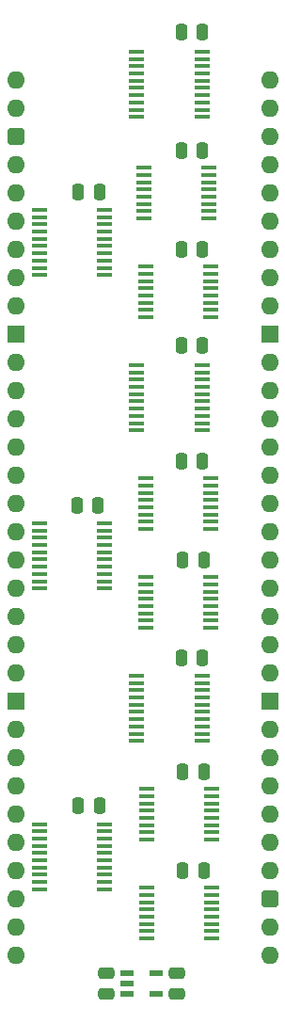
<source format=gbr>
%TF.GenerationSoftware,KiCad,Pcbnew,7.0.5*%
%TF.CreationDate,2024-01-25T17:04:26+02:00*%
%TF.ProjectId,Video Address Counter,56696465-6f20-4416-9464-726573732043,rev?*%
%TF.SameCoordinates,Original*%
%TF.FileFunction,Soldermask,Top*%
%TF.FilePolarity,Negative*%
%FSLAX46Y46*%
G04 Gerber Fmt 4.6, Leading zero omitted, Abs format (unit mm)*
G04 Created by KiCad (PCBNEW 7.0.5) date 2024-01-25 17:04:26*
%MOMM*%
%LPD*%
G01*
G04 APERTURE LIST*
G04 Aperture macros list*
%AMRoundRect*
0 Rectangle with rounded corners*
0 $1 Rounding radius*
0 $2 $3 $4 $5 $6 $7 $8 $9 X,Y pos of 4 corners*
0 Add a 4 corners polygon primitive as box body*
4,1,4,$2,$3,$4,$5,$6,$7,$8,$9,$2,$3,0*
0 Add four circle primitives for the rounded corners*
1,1,$1+$1,$2,$3*
1,1,$1+$1,$4,$5*
1,1,$1+$1,$6,$7*
1,1,$1+$1,$8,$9*
0 Add four rect primitives between the rounded corners*
20,1,$1+$1,$2,$3,$4,$5,0*
20,1,$1+$1,$4,$5,$6,$7,0*
20,1,$1+$1,$6,$7,$8,$9,0*
20,1,$1+$1,$8,$9,$2,$3,0*%
G04 Aperture macros list end*
%ADD10R,1.475000X0.450000*%
%ADD11R,1.450000X0.450000*%
%ADD12R,1.150000X0.600000*%
%ADD13O,1.600000X1.600000*%
%ADD14R,1.600000X1.600000*%
%ADD15RoundRect,0.400000X-0.400000X-0.400000X0.400000X-0.400000X0.400000X0.400000X-0.400000X0.400000X0*%
%ADD16RoundRect,0.250000X0.475000X-0.250000X0.475000X0.250000X-0.475000X0.250000X-0.475000X-0.250000X0*%
%ADD17RoundRect,0.250000X0.250000X0.475000X-0.250000X0.475000X-0.250000X-0.475000X0.250000X-0.475000X0*%
G04 APERTURE END LIST*
D10*
%TO.C,IC13*%
X85710000Y-101850000D03*
X85710000Y-102500000D03*
X85710000Y-103150000D03*
X85710000Y-103800000D03*
X85710000Y-104450000D03*
X85710000Y-105100000D03*
X85710000Y-105750000D03*
X85710000Y-106400000D03*
X85710000Y-107050000D03*
X85710000Y-107700000D03*
X91586000Y-107700000D03*
X91586000Y-107050000D03*
X91586000Y-106400000D03*
X91586000Y-105750000D03*
X91586000Y-105100000D03*
X91586000Y-104450000D03*
X91586000Y-103800000D03*
X91586000Y-103150000D03*
X91586000Y-102500000D03*
X91586000Y-101850000D03*
%TD*%
%TO.C,IC12*%
X85710000Y-73910000D03*
X85710000Y-74560000D03*
X85710000Y-75210000D03*
X85710000Y-75860000D03*
X85710000Y-76510000D03*
X85710000Y-77160000D03*
X85710000Y-77810000D03*
X85710000Y-78460000D03*
X85710000Y-79110000D03*
X85710000Y-79760000D03*
X91586000Y-79760000D03*
X91586000Y-79110000D03*
X91586000Y-78460000D03*
X91586000Y-77810000D03*
X91586000Y-77160000D03*
X91586000Y-76510000D03*
X91586000Y-75860000D03*
X91586000Y-75210000D03*
X91586000Y-74560000D03*
X91586000Y-73910000D03*
%TD*%
%TO.C,IC11*%
X85710000Y-45716000D03*
X85710000Y-46366000D03*
X85710000Y-47016000D03*
X85710000Y-47666000D03*
X85710000Y-48316000D03*
X85710000Y-48966000D03*
X85710000Y-49616000D03*
X85710000Y-50266000D03*
X85710000Y-50916000D03*
X85710000Y-51566000D03*
X91586000Y-51566000D03*
X91586000Y-50916000D03*
X91586000Y-50266000D03*
X91586000Y-49616000D03*
X91586000Y-48966000D03*
X91586000Y-48316000D03*
X91586000Y-47666000D03*
X91586000Y-47016000D03*
X91586000Y-46366000D03*
X91586000Y-45716000D03*
%TD*%
D11*
%TO.C,IC10*%
X86612000Y-120915000D03*
X86612000Y-121565000D03*
X86612000Y-122215000D03*
X86612000Y-122865000D03*
X86612000Y-123515000D03*
X86612000Y-124165000D03*
X86612000Y-124815000D03*
X86612000Y-125465000D03*
X92462000Y-125465000D03*
X92462000Y-124815000D03*
X92462000Y-124165000D03*
X92462000Y-123515000D03*
X92462000Y-122865000D03*
X92462000Y-122215000D03*
X92462000Y-121565000D03*
X92462000Y-120915000D03*
%TD*%
%TO.C,IC9*%
X86612000Y-112025000D03*
X86612000Y-112675000D03*
X86612000Y-113325000D03*
X86612000Y-113975000D03*
X86612000Y-114625000D03*
X86612000Y-115275000D03*
X86612000Y-115925000D03*
X86612000Y-116575000D03*
X92462000Y-116575000D03*
X92462000Y-115925000D03*
X92462000Y-115275000D03*
X92462000Y-114625000D03*
X92462000Y-113975000D03*
X92462000Y-113325000D03*
X92462000Y-112675000D03*
X92462000Y-112025000D03*
%TD*%
D10*
%TO.C,IC8*%
X76947000Y-115185000D03*
X76947000Y-115835000D03*
X76947000Y-116485000D03*
X76947000Y-117135000D03*
X76947000Y-117785000D03*
X76947000Y-118435000D03*
X76947000Y-119085000D03*
X76947000Y-119735000D03*
X76947000Y-120385000D03*
X76947000Y-121035000D03*
X82823000Y-121035000D03*
X82823000Y-120385000D03*
X82823000Y-119735000D03*
X82823000Y-119085000D03*
X82823000Y-118435000D03*
X82823000Y-117785000D03*
X82823000Y-117135000D03*
X82823000Y-116485000D03*
X82823000Y-115835000D03*
X82823000Y-115185000D03*
%TD*%
D11*
%TO.C,IC7*%
X86485000Y-92975000D03*
X86485000Y-93625000D03*
X86485000Y-94275000D03*
X86485000Y-94925000D03*
X86485000Y-95575000D03*
X86485000Y-96225000D03*
X86485000Y-96875000D03*
X86485000Y-97525000D03*
X92335000Y-97525000D03*
X92335000Y-96875000D03*
X92335000Y-96225000D03*
X92335000Y-95575000D03*
X92335000Y-94925000D03*
X92335000Y-94275000D03*
X92335000Y-93625000D03*
X92335000Y-92975000D03*
%TD*%
%TO.C,IC6*%
X86485000Y-84085000D03*
X86485000Y-84735000D03*
X86485000Y-85385000D03*
X86485000Y-86035000D03*
X86485000Y-86685000D03*
X86485000Y-87335000D03*
X86485000Y-87985000D03*
X86485000Y-88635000D03*
X92335000Y-88635000D03*
X92335000Y-87985000D03*
X92335000Y-87335000D03*
X92335000Y-86685000D03*
X92335000Y-86035000D03*
X92335000Y-85385000D03*
X92335000Y-84735000D03*
X92335000Y-84085000D03*
%TD*%
D10*
%TO.C,IC5*%
X76947000Y-88134000D03*
X76947000Y-88784000D03*
X76947000Y-89434000D03*
X76947000Y-90084000D03*
X76947000Y-90734000D03*
X76947000Y-91384000D03*
X76947000Y-92034000D03*
X76947000Y-92684000D03*
X76947000Y-93334000D03*
X76947000Y-93984000D03*
X82823000Y-93984000D03*
X82823000Y-93334000D03*
X82823000Y-92684000D03*
X82823000Y-92034000D03*
X82823000Y-91384000D03*
X82823000Y-90734000D03*
X82823000Y-90084000D03*
X82823000Y-89434000D03*
X82823000Y-88784000D03*
X82823000Y-88134000D03*
%TD*%
D11*
%TO.C,IC4*%
X86485000Y-65035000D03*
X86485000Y-65685000D03*
X86485000Y-66335000D03*
X86485000Y-66985000D03*
X86485000Y-67635000D03*
X86485000Y-68285000D03*
X86485000Y-68935000D03*
X86485000Y-69585000D03*
X92335000Y-69585000D03*
X92335000Y-68935000D03*
X92335000Y-68285000D03*
X92335000Y-67635000D03*
X92335000Y-66985000D03*
X92335000Y-66335000D03*
X92335000Y-65685000D03*
X92335000Y-65035000D03*
%TD*%
%TO.C,IC3*%
X86358000Y-56145000D03*
X86358000Y-56795000D03*
X86358000Y-57445000D03*
X86358000Y-58095000D03*
X86358000Y-58745000D03*
X86358000Y-59395000D03*
X86358000Y-60045000D03*
X86358000Y-60695000D03*
X92208000Y-60695000D03*
X92208000Y-60045000D03*
X92208000Y-59395000D03*
X92208000Y-58745000D03*
X92208000Y-58095000D03*
X92208000Y-57445000D03*
X92208000Y-56795000D03*
X92208000Y-56145000D03*
%TD*%
D10*
%TO.C,IC2*%
X76947000Y-59940000D03*
X76947000Y-60590000D03*
X76947000Y-61240000D03*
X76947000Y-61890000D03*
X76947000Y-62540000D03*
X76947000Y-63190000D03*
X76947000Y-63840000D03*
X76947000Y-64490000D03*
X76947000Y-65140000D03*
X76947000Y-65790000D03*
X82823000Y-65790000D03*
X82823000Y-65140000D03*
X82823000Y-64490000D03*
X82823000Y-63840000D03*
X82823000Y-63190000D03*
X82823000Y-62540000D03*
X82823000Y-61890000D03*
X82823000Y-61240000D03*
X82823000Y-60590000D03*
X82823000Y-59940000D03*
%TD*%
D12*
%TO.C,IC1*%
X84808000Y-128590000D03*
X84808000Y-129540000D03*
X84808000Y-130490000D03*
X87408000Y-130490000D03*
X87408000Y-128590000D03*
%TD*%
D13*
%TO.C,J1*%
X97665000Y-48260000D03*
X97665000Y-50800000D03*
X97665000Y-53340000D03*
X97665000Y-55880000D03*
X97665000Y-58420000D03*
X97665000Y-60960000D03*
X97665000Y-63500000D03*
X97665000Y-66040000D03*
X97665000Y-68580000D03*
D14*
X97665000Y-71120000D03*
D13*
X97665000Y-73660000D03*
X97665000Y-76200000D03*
X97665000Y-78740000D03*
X97665000Y-81280000D03*
X97665000Y-83820000D03*
X97665000Y-86360000D03*
X97665000Y-88900000D03*
X97665000Y-91440000D03*
X97665000Y-93980000D03*
X97665000Y-96520000D03*
X97665000Y-99060000D03*
X97665000Y-101600000D03*
D14*
X97665000Y-104140000D03*
D13*
X97665000Y-106680000D03*
X97665000Y-109220000D03*
X97665000Y-111760000D03*
X97665000Y-114300000D03*
X97665000Y-116840000D03*
X97665000Y-119380000D03*
D15*
X97665000Y-121920000D03*
D13*
X97665000Y-124460000D03*
X97665000Y-127000000D03*
X74805000Y-127000000D03*
X74805000Y-124460000D03*
X74805000Y-121920000D03*
X74805000Y-119380000D03*
X74805000Y-116840000D03*
X74805000Y-114300000D03*
X74805000Y-111760000D03*
X74805000Y-109220000D03*
X74805000Y-106680000D03*
D14*
X74805000Y-104140000D03*
D13*
X74805000Y-101600000D03*
X74805000Y-99060000D03*
X74805000Y-96520000D03*
X74805000Y-93980000D03*
X74805000Y-91440000D03*
X74805000Y-88900000D03*
X74805000Y-86360000D03*
X74805000Y-83820000D03*
X74805000Y-81280000D03*
X74805000Y-78740000D03*
X74805000Y-76200000D03*
X74805000Y-73660000D03*
D14*
X74805000Y-71120000D03*
D13*
X74805000Y-68580000D03*
X74805000Y-66040000D03*
X74805000Y-63500000D03*
X74805000Y-60960000D03*
X74805000Y-58420000D03*
X74805000Y-55880000D03*
D15*
X74805000Y-53340000D03*
D13*
X74805000Y-50800000D03*
X74805000Y-48260000D03*
%TD*%
D16*
%TO.C,C10*%
X82933000Y-130474000D03*
X82933000Y-128574000D03*
%TD*%
D17*
%TO.C,C6*%
X91741000Y-119380000D03*
X89841000Y-119380000D03*
%TD*%
%TO.C,C1*%
X82343000Y-113538000D03*
X80443000Y-113538000D03*
%TD*%
%TO.C,C2*%
X91741000Y-91440000D03*
X89841000Y-91440000D03*
%TD*%
%TO.C,C7*%
X91614000Y-82550000D03*
X89714000Y-82550000D03*
%TD*%
%TO.C,C12*%
X91741000Y-110490000D03*
X89841000Y-110490000D03*
%TD*%
%TO.C,C8*%
X82216000Y-86487000D03*
X80316000Y-86487000D03*
%TD*%
%TO.C,C4*%
X91614000Y-72136000D03*
X89714000Y-72136000D03*
%TD*%
%TO.C,C3*%
X91614000Y-100203000D03*
X89714000Y-100203000D03*
%TD*%
%TO.C,C5*%
X91614000Y-43942000D03*
X89714000Y-43942000D03*
%TD*%
D16*
%TO.C,C11*%
X89283000Y-130474000D03*
X89283000Y-128574000D03*
%TD*%
D17*
%TO.C,C14*%
X91614000Y-54610000D03*
X89714000Y-54610000D03*
%TD*%
%TO.C,C13*%
X91614000Y-63500000D03*
X89714000Y-63500000D03*
%TD*%
%TO.C,C9*%
X82326000Y-58293000D03*
X80426000Y-58293000D03*
%TD*%
M02*

</source>
